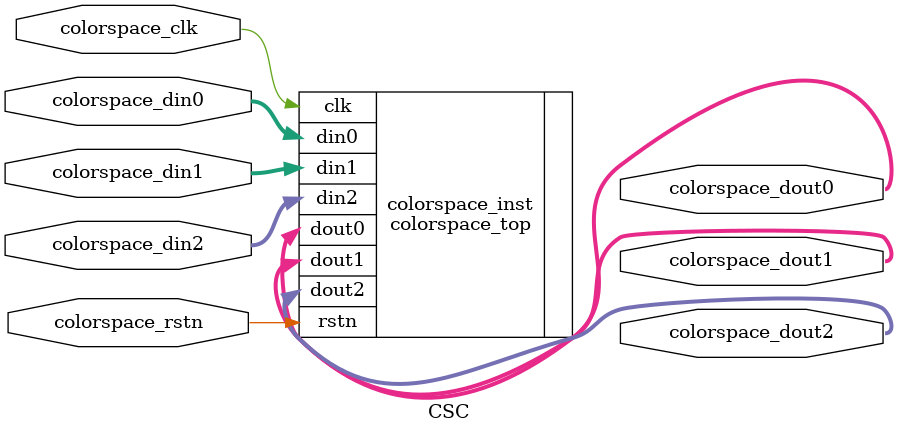
<source format=v>
/* synthesis translate_off*/
`define SBP_SIMULATION
/* synthesis translate_on*/
`ifndef SBP_SIMULATION
`define SBP_SYNTHESIS
`endif

//
// Verific Verilog Description of module CSC
//
module CSC (colorspace_din0, colorspace_din1, colorspace_din2, colorspace_dout0, 
            colorspace_dout1, colorspace_dout2, colorspace_clk, colorspace_rstn) /* synthesis sbp_module=true */ ;
    input [11:0]colorspace_din0;
    input [11:0]colorspace_din1;
    input [11:0]colorspace_din2;
    output [11:0]colorspace_dout0;
    output [11:0]colorspace_dout1;
    output [11:0]colorspace_dout2;
    input colorspace_clk;
    input colorspace_rstn;
    
    
    colorspace_top colorspace_inst (.din0({colorspace_din0}), .din1({colorspace_din1}), 
            .din2({colorspace_din2}), .dout0({colorspace_dout0}), .dout1({colorspace_dout1}), 
            .dout2({colorspace_dout2}), .clk(colorspace_clk), .rstn(colorspace_rstn));
    
endmodule


</source>
